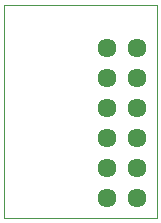
<source format=gbs>
G75*
G70*
%OFA0B0*%
%FSLAX24Y24*%
%IPPOS*%
%LPD*%
%AMOC8*
5,1,8,0,0,1.08239X$1,22.5*
%
%ADD10C,0.0000*%
%ADD11C,0.0634*%
D10*
X000534Y001854D02*
X000534Y008941D01*
X005652Y008941D01*
X005652Y001854D01*
X000534Y001854D01*
D11*
X003971Y002504D03*
X003971Y003504D03*
X003971Y004504D03*
X003971Y005504D03*
X003971Y006504D03*
X003971Y007504D03*
X004971Y007504D03*
X004971Y006504D03*
X004971Y005504D03*
X004971Y004504D03*
X004971Y003504D03*
X004971Y002504D03*
M02*

</source>
